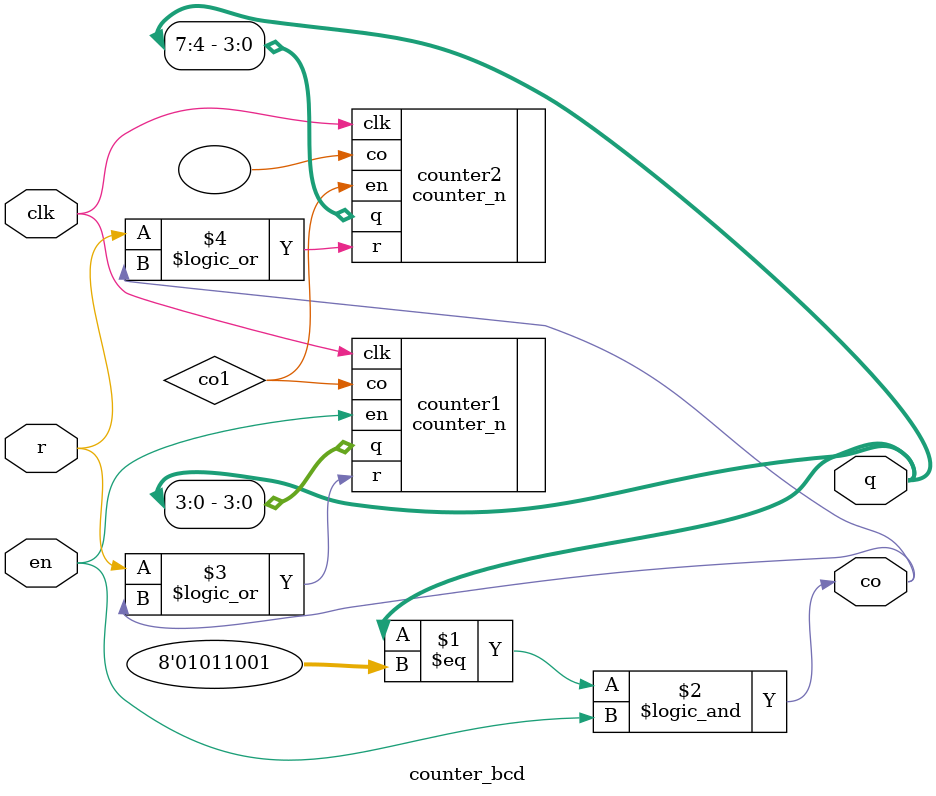
<source format=v>
module counter_bcd(q,co,en,r,clk);
parameter qMaxValue =8'h59  ;//计数器最大值,默认60进制
output[7:0]  q;
output co;
  input clk,en,r;
  wire col;
  assign co=(q==qMaxValue)&&en;//特别注意到这里只能够使用组合电路

counter_n #(.n(10),.counter_bits(4)) counter1(.clk(clk),
.en(en),
.r(r||co)
,.q(q[3:0]),.co(co1)  );
//个位

counter_n #(.n(10),.counter_bits(4)) counter2(.clk(clk),
.en(co1),
.r(r||co)
,.q(q[7:4]),.co()  );

endmodule 
</source>
